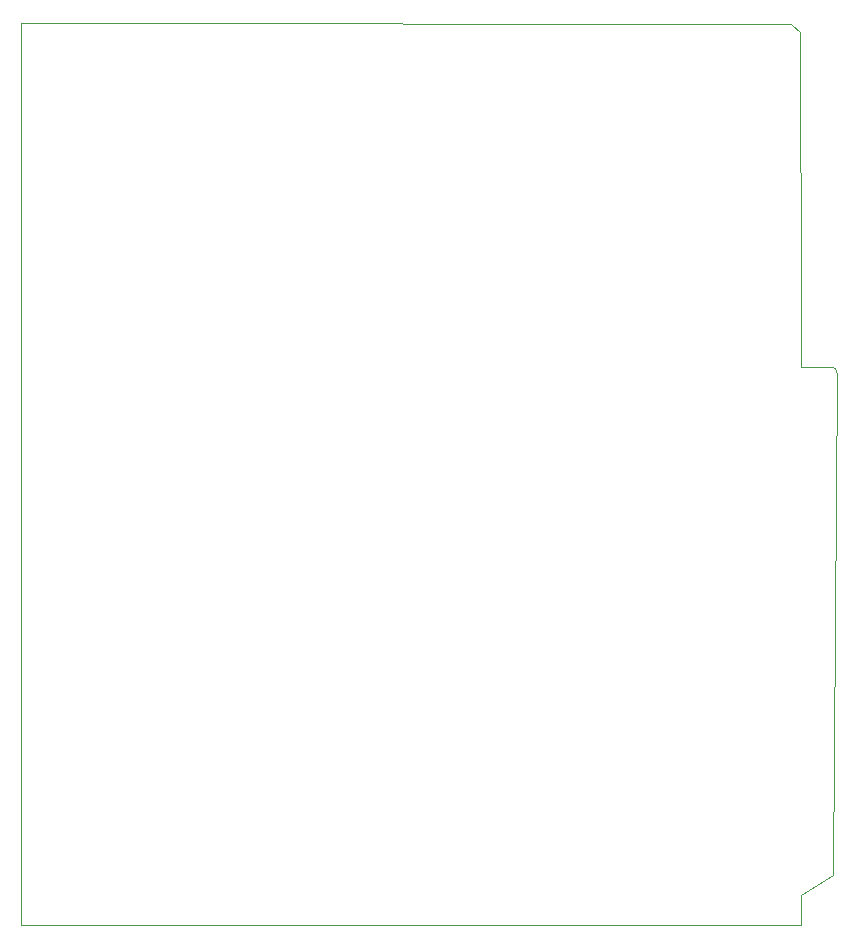
<source format=gm1>
%TF.GenerationSoftware,KiCad,Pcbnew,5.1.6-c6e7f7d~87~ubuntu20.04.1*%
%TF.CreationDate,2021-12-05T16:45:17+01:00*%
%TF.ProjectId,sb-cnc-shield,73622d63-6e63-42d7-9368-69656c642e6b,rev?*%
%TF.SameCoordinates,Original*%
%TF.FileFunction,Profile,NP*%
%FSLAX46Y46*%
G04 Gerber Fmt 4.6, Leading zero omitted, Abs format (unit mm)*
G04 Created by KiCad (PCBNEW 5.1.6-c6e7f7d~87~ubuntu20.04.1) date 2021-12-05 16:45:17*
%MOMM*%
%LPD*%
G01*
G04 APERTURE LIST*
%TA.AperFunction,Profile*%
%ADD10C,0.100000*%
%TD*%
G04 APERTURE END LIST*
D10*
X182930800Y-72166480D02*
G75*
G02*
X183388000Y-72623680I-5080J-462280D01*
G01*
X180289200Y-43764200D02*
X179451000Y-43078400D01*
X180289200Y-43764200D02*
X180340000Y-67310000D01*
X114300000Y-43053000D02*
X179451000Y-43078400D01*
X114300000Y-66040000D02*
X114300000Y-43053000D01*
X114300000Y-119380000D02*
X114300000Y-66040000D01*
X180340000Y-119380000D02*
X114300000Y-119380000D01*
X180340000Y-116840000D02*
X180340000Y-119380000D01*
X183032400Y-115168680D02*
X180340000Y-116840000D01*
X183388000Y-72623680D02*
X183032400Y-115168680D01*
X180345080Y-72166480D02*
X182930800Y-72166480D01*
X180340000Y-67310000D02*
X180345080Y-72166480D01*
M02*

</source>
